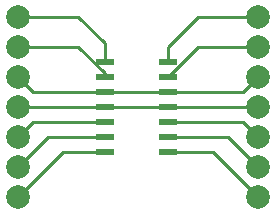
<source format=gbr>
%TF.GenerationSoftware,KiCad,Pcbnew,7.0.6*%
%TF.CreationDate,2023-09-01T18:36:08-07:00*%
%TF.ProjectId,Guitar_waveform_proj,47756974-6172-45f7-9761-7665666f726d,rev?*%
%TF.SameCoordinates,Original*%
%TF.FileFunction,Copper,L1,Top*%
%TF.FilePolarity,Positive*%
%FSLAX46Y46*%
G04 Gerber Fmt 4.6, Leading zero omitted, Abs format (unit mm)*
G04 Created by KiCad (PCBNEW 7.0.6) date 2023-09-01 18:36:08*
%MOMM*%
%LPD*%
G01*
G04 APERTURE LIST*
%TA.AperFunction,ComponentPad*%
%ADD10C,2.000000*%
%TD*%
%TA.AperFunction,SMDPad,CuDef*%
%ADD11R,1.550000X0.600000*%
%TD*%
%TA.AperFunction,Conductor*%
%ADD12C,0.250000*%
%TD*%
G04 APERTURE END LIST*
D10*
%TO.P,REF\u002A\u002A,1*%
%TO.N,N/C*%
X139700000Y-81280000D03*
%TO.P,REF\u002A\u002A,2*%
X139700000Y-83820000D03*
%TO.P,REF\u002A\u002A,3*%
X139700000Y-86360000D03*
%TO.P,REF\u002A\u002A,4*%
X139700000Y-88900000D03*
%TO.P,REF\u002A\u002A,5*%
X139700000Y-91440000D03*
%TO.P,REF\u002A\u002A,6*%
X139700000Y-93980000D03*
%TO.P,REF\u002A\u002A,7*%
X139700000Y-96520000D03*
%TD*%
%TO.P,REF\u002A\u002A,1*%
%TO.N,N/C*%
X160020000Y-81280000D03*
%TO.P,REF\u002A\u002A,2*%
X160020000Y-83820000D03*
%TO.P,REF\u002A\u002A,3*%
X160020000Y-86360000D03*
%TO.P,REF\u002A\u002A,4*%
X160020000Y-88900000D03*
%TO.P,REF\u002A\u002A,5*%
X160020000Y-91440000D03*
%TO.P,REF\u002A\u002A,6*%
X160020000Y-93980000D03*
%TO.P,REF\u002A\u002A,7*%
X160020000Y-96520000D03*
%TD*%
D11*
%TO.P,PCM1801,1*%
%TO.N,N/C*%
X147000000Y-85090000D03*
%TO.P,PCM1801,2*%
X147000000Y-86360000D03*
%TO.P,PCM1801,3*%
X147000000Y-87630000D03*
%TO.P,PCM1801,4*%
X147000000Y-88900000D03*
%TO.P,PCM1801,5*%
X147000000Y-90170000D03*
%TO.P,PCM1801,6*%
X147000000Y-91440000D03*
%TO.P,PCM1801,7*%
X147000000Y-92710000D03*
%TO.P,PCM1801,8*%
X152400000Y-92710000D03*
%TO.P,PCM1801,9*%
X152400000Y-91440000D03*
%TO.P,PCM1801,10*%
X152400000Y-90170000D03*
%TO.P,PCM1801,11*%
X152400000Y-88900000D03*
%TO.P,PCM1801,12*%
X152400000Y-87630000D03*
%TO.P,PCM1801,13*%
X152400000Y-86360000D03*
%TO.P,PCM1801,14*%
X152400000Y-85090000D03*
%TD*%
D12*
%TO.N,*%
X156210000Y-92710000D02*
X160020000Y-96520000D01*
X152400000Y-92710000D02*
X156210000Y-92710000D01*
X157480000Y-91440000D02*
X160020000Y-93980000D01*
X152400000Y-91440000D02*
X157480000Y-91440000D01*
X158750000Y-90170000D02*
X160020000Y-91440000D01*
X152400000Y-90170000D02*
X158750000Y-90170000D01*
X152400000Y-88900000D02*
X160020000Y-88900000D01*
X158750000Y-87630000D02*
X160020000Y-86360000D01*
X152400000Y-87630000D02*
X158750000Y-87630000D01*
X154940000Y-83820000D02*
X160020000Y-83820000D01*
X152400000Y-86360000D02*
X154940000Y-83820000D01*
X154940000Y-81280000D02*
X160020000Y-81280000D01*
X152400000Y-83820000D02*
X154940000Y-81280000D01*
X152400000Y-85090000D02*
X152400000Y-83820000D01*
X143510000Y-92710000D02*
X139700000Y-96520000D01*
X147000000Y-92710000D02*
X143510000Y-92710000D01*
X142240000Y-91440000D02*
X139700000Y-93980000D01*
X147000000Y-91440000D02*
X142240000Y-91440000D01*
X140970000Y-90170000D02*
X139700000Y-91440000D01*
X147000000Y-90170000D02*
X140970000Y-90170000D01*
X147000000Y-88900000D02*
X139700000Y-88900000D01*
X140970000Y-87630000D02*
X139700000Y-86360000D01*
X147000000Y-87630000D02*
X140970000Y-87630000D01*
X147000000Y-86040000D02*
X144780000Y-83820000D01*
X147000000Y-86360000D02*
X147000000Y-86040000D01*
X144780000Y-83820000D02*
X139700000Y-83820000D01*
X144780000Y-81280000D02*
X139700000Y-81280000D01*
X147000000Y-83500000D02*
X144780000Y-81280000D01*
X147000000Y-85090000D02*
X147000000Y-83500000D01*
X147000000Y-88900000D02*
X152400000Y-88900000D01*
X147000000Y-87630000D02*
X152400000Y-87630000D01*
%TD*%
M02*

</source>
